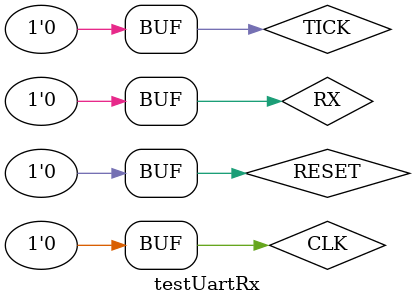
<source format=v>
`timescale 1ns / 1ps


module testUartRx;

	// Inputs
	reg CLK;
	reg RESET;
	reg TICK;
	reg RX;

	// Outputs
	wire RX_DONE;
	wire [7:0] DOUT;
	wire [1:0] STATE;

	// Instantiate the Unit Under Test (UUT)
	Rx uut (
		.CLK(CLK), 
		.RESET(RESET), 
		.TICK(TICK), 
		.RX(RX), 
		.RX_DONE(RX_DONE), 
		.DOUT(DOUT), 
		.STATE(STATE)
	);

	initial begin
		// Initialize Inputs
		CLK = 0;
		RESET = 0;
		TICK = 0;
		RX = 0;

		// Wait 100 ns for global reset to finish
		#100;
        
		// Add stimulus here

	end
      
endmodule


</source>
